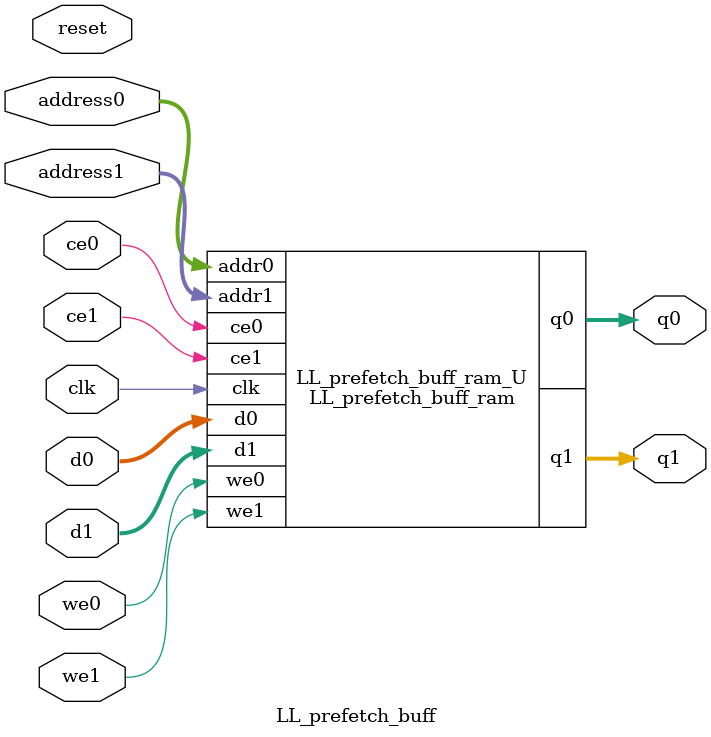
<source format=v>

`timescale 1 ns / 1 ps
module LL_prefetch_buff_ram (addr0, ce0, d0, we0, q0, addr1, ce1, d1, we1, q1,  clk);

parameter DWIDTH = 32;
parameter AWIDTH = 9;
parameter MEM_SIZE = 500;

input[AWIDTH-1:0] addr0;
input ce0;
input[DWIDTH-1:0] d0;
input we0;
output reg[DWIDTH-1:0] q0;
input[AWIDTH-1:0] addr1;
input ce1;
input[DWIDTH-1:0] d1;
input we1;
output reg[DWIDTH-1:0] q1;
input clk;

(* ram_style = "block" *)reg [DWIDTH-1:0] ram[0:MEM_SIZE-1];




always @(posedge clk)  
begin 
    if (ce0) 
    begin
        if (we0) 
        begin 
            ram[addr0] <= d0; 
            q0 <= d0;
        end 
        else 
            q0 <= ram[addr0];
    end
end


always @(posedge clk)  
begin 
    if (ce1) 
    begin
        if (we1) 
        begin 
            ram[addr1] <= d1; 
            q1 <= d1;
        end 
        else 
            q1 <= ram[addr1];
    end
end


endmodule


`timescale 1 ns / 1 ps
module LL_prefetch_buff(
    reset,
    clk,
    address0,
    ce0,
    we0,
    d0,
    q0,
    address1,
    ce1,
    we1,
    d1,
    q1);

parameter DataWidth = 32'd32;
parameter AddressRange = 32'd500;
parameter AddressWidth = 32'd9;
input reset;
input clk;
input[AddressWidth - 1:0] address0;
input ce0;
input we0;
input[DataWidth - 1:0] d0;
output[DataWidth - 1:0] q0;
input[AddressWidth - 1:0] address1;
input ce1;
input we1;
input[DataWidth - 1:0] d1;
output[DataWidth - 1:0] q1;



LL_prefetch_buff_ram LL_prefetch_buff_ram_U(
    .clk( clk ),
    .addr0( address0 ),
    .ce0( ce0 ),
    .d0( d0 ),
    .we0( we0 ),
    .q0( q0 ),
    .addr1( address1 ),
    .ce1( ce1 ),
    .d1( d1 ),
    .we1( we1 ),
    .q1( q1 ));

endmodule


</source>
